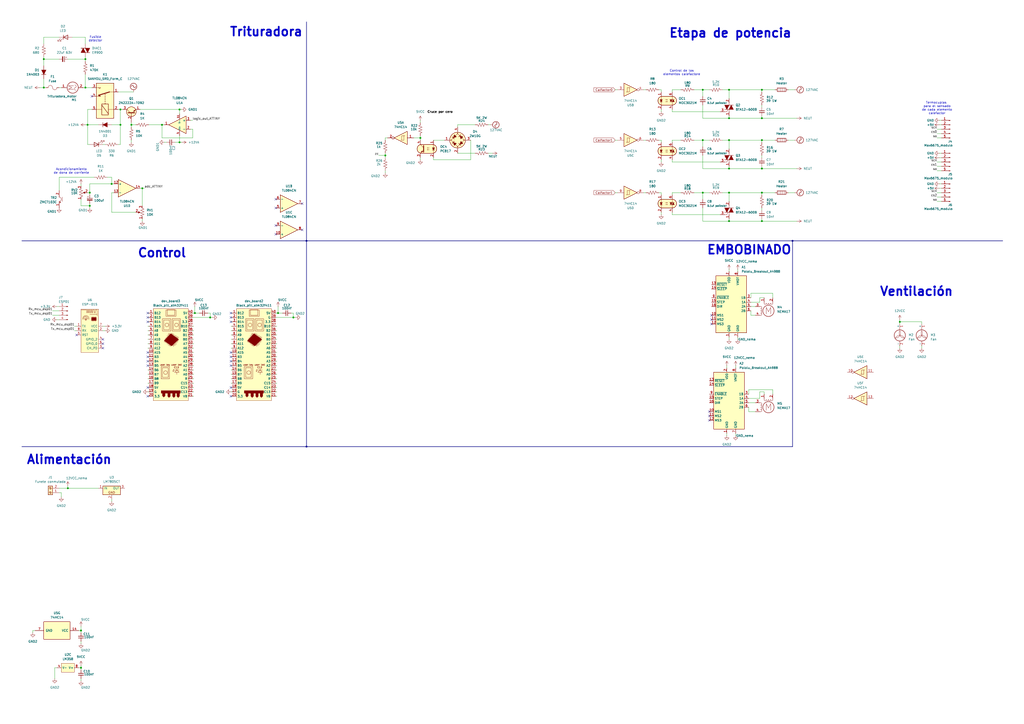
<source format=kicad_sch>
(kicad_sch (version 20250114) (generator "eeschema") (generator_version "9.0")
  (paper "A2")
  (text "Acondicionamiento\nde dona de corriente" (at 41.402 99.314 0) (effects (font (size 1.27 1.27))))
  (text "Ventilación\n" (at 531.622 169.164 0) (effects (font (size 5.08 5.08) (thickness 1.016) (bold yes))))
  (text "Etapa de potencia\n" (at 423.672 19.304 0) (effects (font (size 5.08 5.08) (thickness 1.016) (bold yes))))
  (text "Control de los\nelementos calefactore" (at 395.478 42.164 0) (effects (font (size 1.27 1.27))))
  (text "Control\n" (at 93.98 146.812 0) (effects (font (size 5.08 5.08) (thickness 1.016) (bold yes))))
  (text "Trituradora" (at 154.432 18.542 0) (effects (font (size 5.08 5.08) (thickness 1.016) (bold yes))))
  (text "Termocuplas \npara el sensado\nde cada elemento\ncalefactor" (at 543.56 62.738 0) (effects (font (size 1.27 1.27))))
  (text "Alimentación" (at 40.132 266.7 0) (effects (font (size 5.08 5.08) (thickness 1.016) (bold yes))))
  (text "Fusible\ndetector" (at 55.372 22.606 0) (effects (font (size 1.27 1.27))))
  (text "EMBOBINADO" (at 434.594 145.034 0) (effects (font (size 5.08 5.08) (thickness 1.016) (bold yes))))
  (text "Cruce por cero" (at 255.27 65.024 0) (effects (font (size 1.27 1.27) (thickness 0.254) (bold yes))))
  (junction (at 422.91 111.76))
  (junction (at 422.91 52.07))
  (junction (at 407.67 81.28))
  (junction (at 64.77 106.68))
  (junction (at 121.92 184.15))
  (junction (at 93.98 72.39))
  (junction (at 243.84 80.01))
  (junction (at 104.14 63.5))
  (junction (at 39.37 283.21))
  (junction (at 521.97 186.69))
  (junction (at 170.18 184.15))
  (junction (at 49.53 34.29))
  (junction (at 422.91 81.28))
  (junction (at 422.91 97.79))
  (junction (at 177.8 139.7))
  (junction (at 422.91 128.27))
  (junction (at 50.8 72.39))
  (junction (at 46.99 387.35))
  (junction (at 177.8 259.08))
  (junction (at 46.99 365.76))
  (junction (at 161.29 181.61))
  (junction (at 82.55 109.22))
  (junction (at 104.14 82.55))
  (junction (at 52.07 119.38))
  (junction (at 441.96 68.58))
  (junction (at 69.85 63.5))
  (junction (at 76.2 72.39))
  (junction (at 407.67 52.07))
  (junction (at 49.53 50.8))
  (junction (at 52.07 111.76))
  (junction (at 407.67 111.76))
  (junction (at 441.96 52.07))
  (junction (at 441.96 81.28))
  (junction (at 441.96 97.79))
  (junction (at 459.74 139.7))
  (junction (at 422.91 68.58))
  (junction (at 25.4 34.29))
  (junction (at 113.03 181.61))
  (junction (at 69.85 72.39))
  (junction (at 441.96 111.76))
  (junction (at 223.52 90.17))
  (junction (at 441.96 128.27))
  (junction (at 25.4 50.8))
  (no_connect (at 411.48 238.76))
  (no_connect (at 85.725 224.79))
  (no_connect (at 412.75 182.88))
  (no_connect (at 44.45 194.31))
  (no_connect (at 85.725 204.47))
  (no_connect (at 175.26 133.35))
  (no_connect (at 133.985 229.87))
  (no_connect (at 133.985 209.55))
  (no_connect (at 85.725 186.69))
  (no_connect (at 85.725 207.01))
  (no_connect (at 85.725 212.09))
  (no_connect (at 59.69 199.39))
  (no_connect (at 133.985 186.69))
  (no_connect (at 411.48 241.3))
  (no_connect (at 133.985 224.79))
  (no_connect (at 85.725 181.61))
  (no_connect (at 160.02 135.89))
  (no_connect (at 133.985 181.61))
  (no_connect (at 59.69 201.93))
  (no_connect (at 175.26 118.11))
  (no_connect (at 411.48 243.84))
  (no_connect (at 160.02 130.81))
  (no_connect (at 160.02 120.65))
  (no_connect (at 160.02 115.57))
  (no_connect (at 85.725 184.15))
  (no_connect (at 133.985 184.15))
  (no_connect (at 85.725 209.55))
  (no_connect (at 133.985 212.09))
  (no_connect (at 133.985 204.47))
  (no_connect (at 412.75 187.96))
  (no_connect (at 133.985 207.01))
  (no_connect (at 59.69 196.85))
  (no_connect (at 412.75 185.42))
  (no_connect (at 53.34 55.88))
  (no_connect (at 85.725 229.87))
  (wire (pts (xy 133.985 207.01) (xy 134.62 207.01)))
  (wire (pts (xy 85.725 217.17) (xy 86.36 217.17)))
  (wire (pts (xy 383.54 81.28) (xy 382.27 81.28)))
  (wire (pts (xy 49.53 34.29) (xy 49.53 35.56)))
  (wire (pts (xy 46.99 365.76) (xy 45.72 365.76)))
  (wire (pts (xy 160.655 201.93) (xy 160.02 201.93)))
  (wire (pts (xy 160.655 219.71) (xy 160.02 219.71)))
  (wire (pts (xy 46.99 373.38) (xy 46.99 372.11)))
  (wire (pts (xy 435.61 170.18) (xy 448.31 170.18)))
  (wire (pts (xy 160.655 217.17) (xy 160.02 217.17)))
  (wire (pts (xy 133.985 181.61) (xy 134.62 181.61)))
  (wire (pts (xy 52.07 120.65) (xy 52.07 119.38)))
  (wire (pts (xy 441.96 111.76) (xy 422.91 111.76)))
  (wire (pts (xy 265.43 72.39) (xy 265.43 73.66)))
  (wire (pts (xy 77.47 53.34) (xy 68.58 53.34)))
  (wire (pts (xy 544.83 109.22) (xy 546.1 109.22)))
  (wire (pts (xy 389.89 92.71) (xy 389.89 93.98)))
  (wire (pts (xy 448.31 170.18) (xy 448.31 172.72)))
  (wire (pts (xy 133.985 217.17) (xy 134.62 217.17)))
  (wire (pts (xy 422.91 156.21) (xy 422.91 157.48)))
  (wire (pts (xy 171.45 184.15) (xy 170.18 184.15)))
  (wire (pts (xy 160.655 227.33) (xy 160.02 227.33)))
  (wire (pts (xy 223.52 99.06) (xy 223.52 100.33)))
  (wire (pts (xy 521.97 201.93) (xy 521.97 200.66)))
  (wire (pts (xy 441.96 111.76) (xy 449.58 111.76)))
  (wire (pts (xy 49.53 21.59) (xy 41.91 21.59)))
  (wire (pts (xy 112.395 217.17) (xy 111.76 217.17)))
  (wire (pts (xy 402.59 81.28) (xy 407.67 81.28)))
  (wire (pts (xy 441.96 52.07) (xy 422.91 52.07)))
  (wire (pts (xy 82.55 127) (xy 82.55 128.27)))
  (wire (pts (xy 133.985 189.23) (xy 134.62 189.23)))
  (wire (pts (xy 407.67 55.88) (xy 407.67 52.07)))
  (bus (pts (xy 459.74 259.08) (xy 459.74 139.7)))
  (wire (pts (xy 25.4 50.8) (xy 26.67 50.8)))
  (wire (pts (xy 534.67 186.69) (xy 521.97 186.69)))
  (wire (pts (xy 69.85 83.82) (xy 69.85 72.39)))
  (wire (pts (xy 46.99 388.62) (xy 46.99 387.35)))
  (wire (pts (xy 544.83 91.44) (xy 546.1 91.44)))
  (wire (pts (xy 64.77 102.87) (xy 64.77 106.68)))
  (wire (pts (xy 407.67 60.96) (xy 407.67 68.58)))
  (wire (pts (xy 389.89 93.98) (xy 417.83 93.98)))
  (wire (pts (xy 441.96 128.27) (xy 462.28 128.27)))
  (wire (pts (xy 407.67 120.65) (xy 407.67 128.27)))
  (wire (pts (xy 544.83 88.9) (xy 546.1 88.9)))
  (wire (pts (xy 441.96 96.52) (xy 441.96 97.79)))
  (wire (pts (xy 373.38 52.07) (xy 374.65 52.07)))
  (wire (pts (xy 112.395 189.23) (xy 111.76 189.23)))
  (wire (pts (xy 85.725 196.85) (xy 86.36 196.85)))
  (wire (pts (xy 33.02 387.35) (xy 31.75 387.35)))
  (wire (pts (xy 223.52 88.9) (xy 223.52 90.17)))
  (wire (pts (xy 133.985 214.63) (xy 134.62 214.63)))
  (wire (pts (xy 85.725 207.01) (xy 86.36 207.01)))
  (wire (pts (xy 85.725 212.09) (xy 86.36 212.09)))
  (wire (pts (xy 394.97 52.07) (xy 389.89 52.07)))
  (wire (pts (xy 373.38 111.76) (xy 374.65 111.76)))
  (wire (pts (xy 133.985 212.09) (xy 134.62 212.09)))
  (wire (pts (xy 33.02 185.42) (xy 34.29 185.42)))
  (wire (pts (xy 133.985 201.93) (xy 134.62 201.93)))
  (wire (pts (xy 112.395 227.33) (xy 111.76 227.33)))
  (wire (pts (xy 85.725 227.33) (xy 86.36 227.33)))
  (wire (pts (xy 111.76 74.93) (xy 111.76 80.01)))
  (wire (pts (xy 407.67 81.28) (xy 411.48 81.28)))
  (wire (pts (xy 544.83 69.85) (xy 546.1 69.85)))
  (wire (pts (xy 441.96 52.07) (xy 449.58 52.07)))
  (wire (pts (xy 544.83 106.68) (xy 546.1 106.68)))
  (wire (pts (xy 46.99 363.22) (xy 46.99 365.76)))
  (wire (pts (xy 389.89 124.46) (xy 417.83 124.46)))
  (wire (pts (xy 441.96 111.76) (xy 441.96 113.03)))
  (wire (pts (xy 133.985 196.85) (xy 134.62 196.85)))
  (wire (pts (xy 435.61 177.8) (xy 438.15 177.8)))
  (wire (pts (xy 441.96 68.58) (xy 462.28 68.58)))
  (wire (pts (xy 407.67 97.79) (xy 422.91 97.79)))
  (wire (pts (xy 273.05 92.71) (xy 273.05 81.28)))
  (wire (pts (xy 35.56 285.75) (xy 35.56 288.29)))
  (wire (pts (xy 76.2 72.39) (xy 78.74 72.39)))
  (wire (pts (xy 68.58 63.5) (xy 69.85 63.5)))
  (wire (pts (xy 39.37 281.94) (xy 39.37 283.21)))
  (wire (pts (xy 265.43 88.9) (xy 275.59 88.9)))
  (wire (pts (xy 441.96 81.28) (xy 422.91 81.28)))
  (wire (pts (xy 50.8 72.39) (xy 50.8 63.5)))
  (wire (pts (xy 59.69 83.82) (xy 60.96 83.82)))
  (wire (pts (xy 64.77 111.76) (xy 66.04 111.76)))
  (wire (pts (xy 46.99 115.57) (xy 46.99 119.38)))
  (wire (pts (xy 160.655 199.39) (xy 160.02 199.39)))
  (wire (pts (xy 438.15 182.88) (xy 435.61 182.88)))
  (wire (pts (xy 160.655 194.31) (xy 160.02 194.31)))
  (wire (pts (xy 64.77 123.19) (xy 64.77 111.76)))
  (wire (pts (xy 407.67 68.58) (xy 422.91 68.58)))
  (wire (pts (xy 534.67 201.93) (xy 534.67 200.66)))
  (wire (pts (xy 441.96 81.28) (xy 449.58 81.28)))
  (wire (pts (xy 402.59 52.07) (xy 407.67 52.07)))
  (wire (pts (xy 85.725 214.63) (xy 86.36 214.63)))
  (wire (pts (xy 33.02 177.8) (xy 34.29 177.8)))
  (wire (pts (xy 112.395 212.09) (xy 111.76 212.09)))
  (wire (pts (xy 243.84 78.74) (xy 243.84 80.01)))
  (wire (pts (xy 521.97 185.42) (xy 521.97 186.69)))
  (wire (pts (xy 112.395 219.71) (xy 111.76 219.71)))
  (wire (pts (xy 133.985 199.39) (xy 134.62 199.39)))
  (wire (pts (xy 434.34 238.76) (xy 438.15 238.76)))
  (wire (pts (xy 422.91 68.58) (xy 422.91 67.31)))
  (wire (pts (xy 389.89 81.28) (xy 389.89 82.55)))
  (wire (pts (xy 160.655 212.09) (xy 160.02 212.09)))
  (wire (pts (xy 543.56 80.01) (xy 546.1 80.01)))
  (wire (pts (xy 81.28 63.5) (xy 104.14 63.5)))
  (wire (pts (xy 112.395 214.63) (xy 111.76 214.63)))
  (wire (pts (xy 52.07 113.03) (xy 52.07 111.76)))
  (wire (pts (xy 223.52 80.01) (xy 224.79 80.01)))
  (wire (pts (xy 112.395 201.93) (xy 111.76 201.93)))
  (wire (pts (xy 85.725 209.55) (xy 86.36 209.55)))
  (wire (pts (xy 383.54 53.34) (xy 383.54 52.07)))
  (wire (pts (xy 422.91 97.79) (xy 441.96 97.79)))
  (wire (pts (xy 86.36 72.39) (xy 93.98 72.39)))
  (wire (pts (xy 82.55 109.22) (xy 81.28 109.22)))
  (wire (pts (xy 421.64 212.09) (xy 421.64 213.36)))
  (wire (pts (xy 448.31 228.6) (xy 448.31 226.06)))
  (wire (pts (xy 76.2 71.12) (xy 76.2 72.39)))
  (wire (pts (xy 105.41 82.55) (xy 104.14 82.55)))
  (wire (pts (xy 160.655 196.85) (xy 160.02 196.85)))
  (wire (pts (xy 25.4 21.59) (xy 25.4 25.4)))
  (bus (pts (xy 12.7 139.7) (xy 177.8 139.7)))
  (wire (pts (xy 96.52 82.55) (xy 95.25 82.55)))
  (wire (pts (xy 31.75 387.35) (xy 31.75 393.7)))
  (wire (pts (xy 34.29 102.87) (xy 54.61 102.87)))
  (wire (pts (xy 251.46 81.28) (xy 257.81 81.28)))
  (wire (pts (xy 52.07 111.76) (xy 50.8 111.76)))
  (wire (pts (xy 34.29 50.8) (xy 35.56 50.8)))
  (wire (pts (xy 110.49 74.93) (xy 111.76 74.93)))
  (wire (pts (xy 20.32 365.76) (xy 19.05 365.76)))
  (wire (pts (xy 104.14 63.5) (xy 104.14 66.04)))
  (wire (pts (xy 422.91 128.27) (xy 422.91 127)))
  (wire (pts (xy 93.98 80.01) (xy 93.98 72.39)))
  (wire (pts (xy 383.54 52.07) (xy 382.27 52.07)))
  (wire (pts (xy 389.89 123.19) (xy 389.89 124.46)))
  (wire (pts (xy 441.96 97.79) (xy 462.28 97.79)))
  (bus (pts (xy 12.7 259.08) (xy 177.8 259.08)))
  (wire (pts (xy 543.56 116.84) (xy 546.1 116.84)))
  (wire (pts (xy 389.89 111.76) (xy 389.89 113.03)))
  (wire (pts (xy 160.655 204.47) (xy 160.02 204.47)))
  (wire (pts (xy 49.53 25.4) (xy 49.53 21.59)))
  (wire (pts (xy 383.54 82.55) (xy 383.54 81.28)))
  (wire (pts (xy 112.395 191.77) (xy 111.76 191.77)))
  (wire (pts (xy 383.54 92.71) (xy 383.54 93.98)))
  (wire (pts (xy 111.76 80.01) (xy 93.98 80.01)))
  (wire (pts (xy 39.37 34.29) (xy 49.53 34.29)))
  (wire (pts (xy 68.58 83.82) (xy 69.85 83.82)))
  (wire (pts (xy 441.96 67.31) (xy 441.96 68.58)))
  (wire (pts (xy 52.07 83.82) (xy 50.8 83.82)))
  (wire (pts (xy 82.55 109.22) (xy 82.55 119.38)))
  (wire (pts (xy 48.26 50.8) (xy 49.53 50.8)))
  (wire (pts (xy 543.56 99.06) (xy 546.1 99.06)))
  (wire (pts (xy 112.395 196.85) (xy 111.76 196.85)))
  (wire (pts (xy 422.91 52.07) (xy 422.91 57.15)))
  (wire (pts (xy 85.725 191.77) (xy 86.36 191.77)))
  (wire (pts (xy 419.1 52.07) (xy 422.91 52.07)))
  (wire (pts (xy 25.4 34.29) (xy 25.4 38.1)))
  (wire (pts (xy 43.18 191.77) (xy 44.45 191.77)))
  (wire (pts (xy 160.655 209.55) (xy 160.02 209.55)))
  (wire (pts (xy 427.99 156.21) (xy 427.99 157.48)))
  (wire (pts (xy 112.395 229.87) (xy 111.76 229.87)))
  (wire (pts (xy 265.43 72.39) (xy 275.59 72.39)))
  (wire (pts (xy 46.99 367.03) (xy 46.99 365.76)))
  (wire (pts (xy 78.74 123.19) (xy 64.77 123.19)))
  (wire (pts (xy 50.8 63.5) (xy 53.34 63.5)))
  (wire (pts (xy 251.46 92.71) (xy 273.05 92.71)))
  (wire (pts (xy 356.87 111.76) (xy 358.14 111.76)))
  (wire (pts (xy 389.89 64.77) (xy 417.83 64.77)))
  (wire (pts (xy 243.84 69.85) (xy 243.84 71.12)))
  (wire (pts (xy 62.23 102.87) (xy 64.77 102.87)))
  (wire (pts (xy 112.395 207.01) (xy 111.76 207.01)))
  (wire (pts (xy 434.34 231.14) (xy 440.69 231.14)))
  (wire (pts (xy 113.03 181.61) (xy 115.57 181.61)))
  (wire (pts (xy 34.29 21.59) (xy 25.4 21.59)))
  (wire (pts (xy 69.85 63.5) (xy 71.12 63.5)))
  (wire (pts (xy 60.96 191.77) (xy 59.69 191.77)))
  (wire (pts (xy 389.89 52.07) (xy 389.89 53.34)))
  (wire (pts (xy 434.34 233.68) (xy 438.15 233.68)))
  (wire (pts (xy 543.56 96.52) (xy 546.1 96.52)))
  (wire (pts (xy 46.99 106.68) (xy 46.99 107.95)))
  (wire (pts (xy 422.91 195.58) (xy 422.91 196.85)))
  (wire (pts (xy 85.725 224.79) (xy 86.36 224.79)))
  (bus (pts (xy 177.8 139.7) (xy 177.8 259.08)))
  (wire (pts (xy 441.96 60.96) (xy 441.96 62.23)))
  (bus (pts (xy 177.8 12.7) (xy 177.8 139.7)))
  (wire (pts (xy 426.72 212.09) (xy 426.72 213.36)))
  (wire (pts (xy 283.21 88.9) (xy 285.75 88.9)))
  (wire (pts (xy 358.14 52.07) (xy 356.87 52.07)))
  (wire (pts (xy 49.53 72.39) (xy 50.8 72.39)))
  (wire (pts (xy 46.99 387.35) (xy 45.72 387.35)))
  (wire (pts (xy 434.34 226.06) (xy 434.34 228.6)))
  (wire (pts (xy 383.54 111.76) (xy 382.27 111.76)))
  (wire (pts (xy 110.49 69.85) (xy 111.76 69.85)))
  (wire (pts (xy 85.725 194.31) (xy 86.36 194.31)))
  (wire (pts (xy 104.14 82.55) (xy 104.14 78.74)))
  (wire (pts (xy 389.89 63.5) (xy 389.89 64.77)))
  (wire (pts (xy 76.2 73.66) (xy 76.2 72.39)))
  (wire (pts (xy 440.69 175.26) (xy 435.61 175.26)))
  (wire (pts (xy 160.655 224.79) (xy 160.02 224.79)))
  (wire (pts (xy 402.59 111.76) (xy 407.67 111.76)))
  (wire (pts (xy 64.77 72.39) (xy 69.85 72.39)))
  (wire (pts (xy 521.97 186.69) (xy 521.97 187.96)))
  (wire (pts (xy 394.97 81.28) (xy 389.89 81.28)))
  (wire (pts (xy 52.07 111.76) (xy 52.07 106.68)))
  (wire (pts (xy 76.2 82.55) (xy 76.2 81.28)))
  (wire (pts (xy 133.985 184.15) (xy 134.62 184.15)))
  (wire (pts (xy 243.84 80.01) (xy 243.84 81.28)))
  (wire (pts (xy 422.91 97.79) (xy 422.91 96.52)))
  (wire (pts (xy 422.91 111.76) (xy 422.91 116.84)))
  (wire (pts (xy 52.07 106.68) (xy 64.77 106.68)))
  (wire (pts (xy 223.52 81.28) (xy 223.52 80.01)))
  (wire (pts (xy 435.61 172.72) (xy 435.61 170.18)))
  (wire (pts (xy 133.985 191.77) (xy 134.62 191.77)))
  (wire (pts (xy 113.03 181.61) (xy 111.76 181.61)))
  (wire (pts (xy 443.23 228.6) (xy 443.23 227.33)))
  (wire (pts (xy 50.8 72.39) (xy 57.15 72.39)))
  (wire (pts (xy 64.77 290.83) (xy 64.77 289.56)))
  (wire (pts (xy 426.72 252.73) (xy 426.72 251.46)))
  (wire (pts (xy 407.67 128.27) (xy 422.91 128.27)))
  (wire (pts (xy 161.29 177.8) (xy 161.29 181.61)))
  (wire (pts (xy 123.19 184.15) (xy 121.92 184.15)))
  (wire (pts (xy 543.56 77.47) (xy 546.1 77.47)))
  (wire (pts (xy 120.65 181.61) (xy 121.92 181.61)))
  (wire (pts (xy 373.38 81.28) (xy 374.65 81.28)))
  (wire (pts (xy 112.395 199.39) (xy 111.76 199.39)))
  (wire (pts (xy 30.48 182.88) (xy 34.29 182.88)))
  (wire (pts (xy 30.48 180.34) (xy 34.29 180.34)))
  (wire (pts (xy 358.14 81.28) (xy 356.87 81.28)))
  (wire (pts (xy 112.395 224.79) (xy 111.76 224.79)))
  (wire (pts (xy 60.96 189.23) (xy 59.69 189.23)))
  (wire (pts (xy 39.37 283.21) (xy 57.15 283.21)))
  (wire (pts (xy 544.83 72.39) (xy 546.1 72.39)))
  (wire (pts (xy 457.2 81.28) (xy 461.01 81.28)))
  (wire (pts (xy 46.99 119.38) (xy 52.07 119.38)))
  (wire (pts (xy 383.54 63.5) (xy 383.54 64.77)))
  (wire (pts (xy 85.725 189.23) (xy 86.36 189.23)))
  (wire (pts (xy 19.05 365.76) (xy 19.05 367.03)))
  (wire (pts (xy 49.53 33.02) (xy 49.53 34.29)))
  (wire (pts (xy 543.56 93.98) (xy 546.1 93.98)))
  (wire (pts (xy 133.985 194.31) (xy 134.62 194.31)))
  (wire (pts (xy 50.8 72.39) (xy 50.8 83.82)))
  (wire (pts (xy 22.86 50.8) (xy 25.4 50.8)))
  (wire (pts (xy 441.96 90.17) (xy 441.96 91.44)))
  (wire (pts (xy 161.29 181.61) (xy 163.83 181.61)))
  (wire (pts (xy 407.67 90.17) (xy 407.67 97.79)))
  (wire (pts (xy 543.56 114.3) (xy 546.1 114.3)))
  (wire (pts (xy 160.655 207.01) (xy 160.02 207.01)))
  (wire (pts (xy 121.92 181.61) (xy 121.92 184.15)))
  (wire (pts (xy 223.52 91.44) (xy 223.52 90.17)))
  (wire (pts (xy 440.69 172.72) (xy 440.69 175.26)))
  (wire (pts (xy 441.96 127) (xy 441.96 128.27)))
  (wire (pts (xy 85.725 181.61) (xy 86.36 181.61)))
  (wire (pts (xy 49.53 43.18) (xy 49.53 50.8)))
  (wire (pts (xy 111.76 184.15) (xy 121.92 184.15)))
  (wire (pts (xy 441.96 120.65) (xy 441.96 121.92)))
  (wire (pts (xy 383.54 113.03) (xy 383.54 111.76)))
  (wire (pts (xy 407.67 111.76) (xy 411.48 111.76)))
  (wire (pts (xy 543.56 74.93) (xy 546.1 74.93)))
  (wire (pts (xy 85.725 229.87) (xy 86.36 229.87)))
  (wire (pts (xy 441.96 81.28) (xy 441.96 82.55)))
  (bus (pts (xy 177.8 139.7) (xy 459.74 139.7)))
  (bus (pts (xy 581.66 139.7) (xy 459.74 139.7)))
  (wire (pts (xy 112.395 204.47) (xy 111.76 204.47)))
  (wire (pts (xy 543.56 111.76) (xy 546.1 111.76)))
  (wire (pts (xy 25.4 45.72) (xy 25.4 50.8)))
  (wire (pts (xy 419.1 81.28) (xy 422.91 81.28)))
  (wire (pts (xy 219.71 90.17) (xy 223.52 90.17)))
  (wire (pts (xy 93.98 72.39) (xy 95.25 72.39)))
  (wire (pts (xy 534.67 187.96) (xy 534.67 186.69)))
  (wire (pts (xy 394.97 111.76) (xy 389.89 111.76)))
  (wire (pts (xy 251.46 91.44) (xy 251.46 92.71)))
  (wire (pts (xy 133.985 186.69) (xy 134.62 186.69)))
  (wire (pts (xy 85.725 222.25) (xy 86.36 222.25)))
  (wire (pts (xy 112.395 209.55) (xy 111.76 209.55)))
  (wire (pts (xy 46.99 394.97) (xy 46.99 393.7)))
  (wire (pts (xy 441.96 52.07) (xy 441.96 53.34)))
  (wire (pts (xy 422.91 68.58) (xy 441.96 68.58)))
  (wire (pts (xy 85.725 184.15) (xy 86.36 184.15)))
  (wire (pts (xy 160.655 189.23) (xy 160.02 189.23)))
  (bus (pts (xy 177.8 259.08) (xy 459.74 259.08)))
  (wire (pts (xy 85.725 204.47) (xy 86.36 204.47)))
  (wire (pts (xy 160.655 191.77) (xy 160.02 191.77)))
  (wire (pts (xy 52.07 118.11) (xy 52.07 119.38)))
  (wire (pts (xy 133.985 227.33) (xy 134.62 227.33)))
  (wire (pts (xy 448.31 226.06) (xy 434.34 226.06)))
  (wire (pts (xy 112.395 194.31) (xy 111.76 194.31)))
  (wire (pts (xy 34.29 110.49) (xy 34.29 102.87)))
  (wire (pts (xy 82.55 109.22) (xy 83.82 109.22)))
  (wire (pts (xy 160.655 222.25) (xy 160.02 222.25)))
  (wire (pts (xy 133.985 229.87) (xy 134.62 229.87)))
  (wire (pts (xy 435.61 182.88) (xy 435.61 180.34)))
  (wire (pts (xy 419.1 111.76) (xy 422.91 111.76)))
  (wire (pts (xy 421.64 252.73) (xy 421.64 251.46)))
  (wire (pts (xy 160.655 214.63) (xy 160.02 214.63)))
  (wire (pts (xy 243.84 91.44) (xy 243.84 92.71)))
  (wire (pts (xy 383.54 123.19) (xy 383.54 124.46)))
  (wire (pts (xy 133.985 222.25) (xy 134.62 222.25)))
  (wire (pts (xy 434.34 236.22) (xy 434.34 238.76)))
  (wire (pts (xy 34.29 285.75) (xy 35.56 285.75)))
  (wire (pts (xy 104.14 63.5) (xy 105.41 63.5)))
  (wire (pts (xy 133.985 209.55) (xy 134.62 209.55)))
  (wire (pts (xy 168.91 181.61) (xy 170.18 181.61)))
  (wire (pts (xy 49.53 50.8) (xy 53.34 50.8)))
  (wire (pts (xy 133.985 224.79) (xy 134.62 224.79)))
  (wire (pts (xy 240.03 80.01) (xy 243.84 80.01)))
  (wire (pts (xy 112.395 222.25) (xy 111.76 222.25)))
  (wire (pts (xy 422.91 81.28) (xy 422.91 86.36)))
  (wire (pts (xy 43.18 189.23) (xy 44.45 189.23)))
  (wire (pts (xy 85.725 186.69) (xy 86.36 186.69)))
  (wire (pts (xy 46.99 386.08) (xy 46.99 387.35)))
  (wire (pts (xy 64.77 106.68) (xy 66.04 106.68)))
  (wire (pts (xy 407.67 115.57) (xy 407.67 111.76)))
  (wire (pts (xy 85.725 201.93) (xy 86.36 201.93)))
  (wire (pts (xy 407.67 52.07) (xy 411.48 52.07)))
  (wire (pts (xy 440.69 227.33) (xy 440.69 231.14)))
  (wire (pts (xy 407.67 85.09) (xy 407.67 81.28)))
  (wire (pts (xy 113.03 177.8) (xy 113.03 181.61)))
  (wire (pts (xy 283.21 72.39) (xy 284.48 72.39)))
  (wire (pts (xy 85.725 199.39) (xy 86.36 199.39)))
  (wire (pts (xy 457.2 111.76) (xy 461.01 111.76)))
  (wire (pts (xy 104.14 82.55) (xy 101.6 82.55)))
  (wire (pts (xy 25.4 33.02) (xy 25.4 34.29)))
  (wire (pts (xy 69.85 72.39) (xy 69.85 63.5)))
  (wire (pts (xy 25.4 34.29) (xy 34.29 34.29)))
  (wire (pts (xy 422.91 128.27) (xy 441.96 128.27)))
  (wire (pts (xy 443.23 227.33) (xy 440.69 227.33)))
  (wire (pts (xy 160.655 229.87) (xy 160.02 229.87)))
  (wire (pts (xy 160.02 184.15) (xy 170.18 184.15)))
  (wire (pts (xy 170.18 181.61) (xy 170.18 184.15)))
  (wire (pts (xy 457.2 52.07) (xy 461.01 52.07)))
  (wire (pts (xy 133.985 204.47) (xy 134.62 204.47)))
  (wire (pts (xy 133.985 219.71) (xy 134.62 219.71)))
  (wire (pts (xy 34.29 283.21) (xy 39.37 283.21)))
  (wire (pts (xy 427.99 195.58) (xy 427.99 196.85)))
  (wire (pts (xy 161.29 181.61) (xy 160.02 181.61)))
  (wire (pts (xy 85.725 219.71) (xy 86.36 219.71)))
  (wire (pts (xy 443.23 172.72) (xy 440.69 172.72)))
  (label "so" (at 543.56 116.84 180))
  (label "sck" (at 543.56 111.76 180))
  (label "Rx_mcu_esp01" (at 30.48 180.34 180))
  (label "cs1" (at 543.56 96.52 180))
  (label "Rx_mcu_esp01" (at 43.18 189.23 180))
  (label "cs0" (at 543.56 77.47 180))
  (label "so" (at 543.56 80.01 180))
  (label "Tx_mcu_esp01" (at 43.18 191.77 180))
  (label "sck" (at 543.56 93.98 180))
  (label "Tx_mcu_esp01" (at 30.48 182.88 180))
  (label "logic_out_ATTINY" (at 111.76 69.85 0))
  (label "cs2" (at 543.56 114.3 180))
  (label "adc_ATTINY" (at 83.82 109.22 0))
  (label "so" (at 543.56 99.06 180))
  (label "zc" (at 219.71 90.17 180))
  (label "sck" (at 543.56 74.93 180))
  (global_label "Calfactor1" (shape input) (at 356.87 81.28 180) (property "Intersheetrefs" "${INTERSHEET_REFS}" (effects (hide yes))))
  (global_label "Calfactor0" (shape input) (at 356.87 52.07 180) (property "Intersheetrefs" "${INTERSHEET_REFS}" (effects (hide yes))))
  (global_label "Calfactor1" (shape input) (at 356.87 111.76 180) (property "Intersheetrefs" "${INTERSHEET_REFS}" (effects (hide yes))))
  (symbol (lib_id "power:GND") (at 123.19 184.15 90) (unit 1)
    (property "Reference" "#PWR065" (effects (hide yes)))
    (property "Value" "GND2" (at 123.19 182.118 90) (effects (justify right)))
    (property "Description" "Power symbol creates a global label with name \"GND\" , ground" (effects (hide yes)))
  )
  (symbol (lib_id "Device:R_US") (at 378.46 111.76 270) (mirror x) (unit 1)
    (property "Reference" "R17" (at 378.46 105.41 90))
    (property "Value" "180" (at 378.46 107.95 90))
    (property "Footprint" "PCM_Resistor_THT_AKL:R_Axial_DIN0207_L6.3mm_D2.5mm_P10.16mm_Horizontal" (effects (hide yes)))
    (property "Description" "Resistor, US symbol" (effects (hide yes)))
  )
  (symbol (lib_id "power:VCC") (at 243.84 69.85 0) (unit 1)
    (property "Reference" "#PWR039" (effects (hide yes)))
    (property "Value" "5VCC" (at 243.84 64.77 0))
    (property "Description" "Power symbol creates a global label with name \"VCC\"" (effects (hide yes)))
  )
  (symbol (lib_id "Motor:Stepper_Motor_bipolar") (at 445.77 236.22 0) (unit 1) (on_board no)
    (property "Reference" "M5" (at 450.85 234.099 0) (effects (justify left)))
    (property "Value" "NEMA17" (at 450.85 236.639 0) (effects (justify left)))
    (property "Datasheet" "http://www.infineon.com/dgdl/Application-Note-TLE8110EE_driving_UniPolarStepperMotor_V1.1.pdf?fileId=db3a30431be39b97011be5d0aa0a00b0" (effects (hide yes)))
    (property "Description" "4-wire bipolar stepper motor" (effects (hide yes)))
  )
  (symbol (lib_id "PCM_Triac_AKL:BTA12-600B") (at 422.91 121.92 0) (unit 1)
    (property "Reference" "Q4" (at 426.72 120.6499 0) (effects (justify left)))
    (property "Value" "BTA12-600B" (at 426.72 123.1899 0) (effects (justify left)))
    (property "Footprint" "PCM_Package_TO_SOT_THT_AKL:TO-220-3_Vertical_AAG" (effects (hide yes)))
    (property "Datasheet" "https://www.tme.eu/Document/76a9cc135e61671358387fc748b5f228/BTA12_BTB12_T12xx.pdf" (effects (hide yes)))
    (property "Description" "TO-220 Triac, 600V, 12A, Alternate KiCAD Library" (effects (hide yes)))
  )
  (symbol (lib_id "Device:DIAC") (at 49.53 29.21 90) (unit 1)
    (property "Reference" "DIAC1" (at 53.34 27.9399 90) (effects (justify right)))
    (property "Value" "ER900" (at 53.34 30.4799 90) (effects (justify right)))
    (property "Description" "Diode for alternating current" (effects (hide yes)))
  )
  (symbol (lib_id "Device:R_US") (at 223.52 85.09 0) (mirror y) (unit 1)
    (property "Reference" "R25" (at 219.964 83.058 0))
    (property "Value" "1k" (at 219.71 85.09 0))
    (property "Footprint" "PCM_Resistor_THT_AKL:R_Axial_DIN0207_L6.3mm_D2.5mm_P10.16mm_Horizontal" (effects (hide yes)))
    (property "Description" "Resistor, US symbol" (effects (hide yes)))
  )
  (symbol (lib_id "Device:R_US") (at 441.96 57.15 0) (mirror y) (unit 1)
    (property "Reference" "R12" (at 446.532 56.388 0))
    (property "Value" "39 1W" (at 447.548 58.42 0))
    (property "Footprint" "PCM_Resistor_THT_AKL:R_Axial_DIN0411_L9.9mm_D3.6mm_P15.24mm_Horizontal" (effects (hide yes)))
    (property "Description" "Resistor, US symbol" (effects (hide yes)))
  )
  (symbol (lib_id "Device:LED") (at 55.88 83.82 180) (unit 1)
    (property "Reference" "D5" (at 57.4675 90.17 0))
    (property "Value" "LED" (at 57.4675 87.63 0))
    (property "Description" "Light emitting diode" (effects (hide yes)))
    (property "Sim.Pins" "1=K 2=A" (effects (hide yes)))
  )
  (symbol (lib_id "power:GND") (at 223.52 100.33 0) (unit 1)
    (property "Reference" "#PWR069" (effects (hide yes)))
    (property "Value" "GND2" (at 220.472 102.108 0) (effects (justify right)))
    (property "Description" "Power symbol creates a global label with name \"GND\" , ground" (effects (hide yes)))
  )
  (symbol (lib_id "Device:R_US") (at 58.42 102.87 270) (mirror x) (unit 1)
    (property "Reference" "R11" (at 58.42 96.52 90))
    (property "Value" "1K" (at 58.42 99.06 90))
    (property "Footprint" "PCM_Resistor_THT_AKL:R_Axial_DIN0207_L6.3mm_D2.5mm_P10.16mm_Horizontal" (effects (hide yes)))
    (property "Description" "Resistor, US symbol" (effects (hide yes)))
  )
  (symbol (lib_id "Device:R_Potentiometer_US") (at 46.99 111.76 0) (mirror x) (unit 1)
    (property "Reference" "RV2" (at 43.18 110.236 0))
    (property "Value" "10K" (at 43.18 112.014 0))
    (property "Footprint" "PCM_Resistor_THT_AKL:R_Axial_DIN0207_L6.3mm_D2.5mm_P10.16mm_Horizontal" (effects (hide yes)))
    (property "Description" "Potentiometer, US symbol" (effects (hide yes)))
  )
  (symbol (lib_id "power:GND") (at 133.985 227.33 270) (unit 1)
    (property "Reference" "#PWR063" (effects (hide yes)))
    (property "Value" "GND2" (at 130.175 227.3299 90) (effects (justify right)))
    (property "Description" "Power symbol creates a global label with name \"GND\" , ground" (effects (hide yes)))
  )
  (symbol (lib_id "power:GND") (at 35.56 288.29 0) (unit 1)
    (property "Reference" "#PWR070" (effects (hide yes)))
    (property "Value" "GND2" (at 35.56 293.37 0))
    (property "Description" "Power symbol creates a global label with name \"GND\" , ground" (effects (hide yes)))
  )
  (symbol (lib_id "power:GND2") (at 422.91 196.85 0) (unit 1)
    (property "Reference" "#PWR027" (effects (hide yes)))
    (property "Value" "GND2" (at 422.91 201.93 0))
    (property "Description" "Power symbol creates a global label with name \"GND2\" , ground" (effects (hide yes)))
  )
  (symbol (lib_id "power:GND1") (at 46.99 373.38 0) (mirror y) (unit 1)
    (property "Reference" "#PWR041" (effects (hide yes)))
    (property "Value" "GND2" (at 46.9899 377.19 0) (effects (justify right)))
    (property "Description" "Power symbol creates a global label with name \"GND1\" , ground" (effects (hide yes)))
  )
  (symbol (lib_id "PCM_Optocoupler_Triac_AKL:MOC3021M") (at 386.08 118.11 0) (unit 1)
    (property "Reference" "OC3" (at 393.7 116.8399 0) (effects (justify left)))
    (property "Value" "MOC3021M" (at 393.7 119.3799 0) (effects (justify left)))
    (property "Footprint" "PCM_Package_DIP_AKL:DIP-6_W7.62mm_LongPads" (effects (hide yes)))
    (property "Datasheet" "https://www.tme.eu/Document/4c07e045ed4ac191018a957800b78b20/MOC3023M.pdf" (effects (hide yes)))
    (property "Description" "DIP-6 Optocoupler, Phototriac output, 5.3kV, 400V, Alternate KiCAD Library" (effects (hide yes)))
  )
  (symbol (lib_id "PCM_Optocoupler_Triac_AKL:MOC3021M") (at 386.08 58.42 0) (unit 1)
    (property "Reference" "OC1" (at 393.7 57.1499 0) (effects (justify left)))
    (property "Value" "MOC3021M" (at 393.7 59.6899 0) (effects (justify left)))
    (property "Footprint" "PCM_Package_DIP_AKL:DIP-6_W7.62mm_LongPads" (effects (hide yes)))
    (property "Datasheet" "https://www.tme.eu/Document/4c07e045ed4ac191018a957800b78b20/MOC3023M.pdf" (effects (hide yes)))
    (property "Description" "DIP-6 Optocoupler, Phototriac output, 5.3kV, 400V, Alternate KiCAD Library" (effects (hide yes)))
  )
  (symbol (lib_id "Connector:Conn_01x05_Pin") (at 551.18 74.93 0) (mirror y) (unit 1)
    (property "Reference" "J4" (at 551.18 82.042 0))
    (property "Value" "Max6675_modulo" (at 544.322 84.328 0))
    (property "Footprint" "Connector_PinHeader_2.54mm:PinHeader_1x05_P2.54mm_Horizontal" (effects (hide yes)))
    (property "Description" "Generic connector, single row, 01x05, script generated" (effects (hide yes)))
  )
  (symbol (lib_id "PCM_Diode_Bridge_AKL:2W10G") (at 265.43 81.28 90) (unit 1)
    (property "Reference" "D4" (at 275.59 76.3268 90))
    (property "Value" "2W10G" (at 275.59 78.8668 90))
    (property "Footprint" "PCM_Diode_THT_AKL:Diode_Bridge_Round_D9.8mm" (effects (hide yes)))
    (property "Datasheet" "https://www.tme.eu/Document/d97a8947eb7461daccec0981d4c63639/2w005g.pdf" (effects (hide yes)))
    (property "Description" "2A, 1000V, THT Diode bridge, Alternate KiCAD Library" (effects (hide yes)))
  )
  (symbol (lib_id "74xx:74HC14") (at 499.11 231.14 180) (unit 6)
    (property "Reference" "U5" (at 499.11 222.25 0))
    (property "Value" "74HC14" (at 499.11 224.79 0))
    (property "Datasheet" "http://www.ti.com/lit/gpn/sn74HC14" (effects (hide yes)))
    (property "Description" "Hex inverter schmitt trigger" (effects (hide yes)))
  )
  (symbol (lib_id "Motor:Fan") (at 534.67 195.58 0) (unit 1)
    (property "Reference" "M3" (at 539.75 194.3099 0) (effects (justify left)))
    (property "Value" "Fan" (at 539.75 196.8499 0) (effects (justify left)))
    (property "Description" "Fan" (effects (hide yes)))
  )
  (symbol (lib_id "74xx:74HC14") (at 365.76 52.07 0) (unit 2)
    (property "Reference" "U5" (at 365.76 60.96 0))
    (property "Value" "74HC14" (at 365.76 58.42 0))
    (property "Datasheet" "http://www.ti.com/lit/gpn/sn74HC14" (effects (hide yes)))
    (property "Description" "Hex inverter schmitt trigger" (effects (hide yes)))
  )
  (symbol (lib_id "Device:R_Potentiometer_US") (at 82.55 123.19 180) (unit 1)
    (property "Reference" "RV1" (at 85.09 121.9199 0) (effects (justify right)))
    (property "Value" "10K" (at 85.09 124.4599 0) (effects (justify right)))
    (property "Footprint" "PCM_Resistor_THT_AKL:R_Axial_DIN0207_L6.3mm_D2.5mm_P10.16mm_Horizontal" (effects (hide yes)))
    (property "Description" "Potentiometer, US symbol" (effects (hide yes)))
  )
  (symbol (lib_id "74xx:74HC14") (at 232.41 80.01 180) (unit 1)
    (property "Reference" "U5" (at 232.41 71.12 0))
    (property "Value" "74HC14" (at 232.41 73.66 0))
    (property "Datasheet" "http://www.ti.com/lit/gpn/sn74HC14" (effects (hide yes)))
    (property "Description" "Hex inverter schmitt trigger" (effects (hide yes)))
  )
  (symbol (lib_id "speedy_hardware_items:ESP-01s") (at 52.07 179.07 0) (mirror y) (unit 1)
    (property "Reference" "U6" (at 52.07 173.99 0))
    (property "Value" "ESP-01S" (at 52.07 176.53 0))
    (property "Footprint" "RF_Module:ESP-01" (effects (hide yes)))
    (property "Datasheet" "http://codigoelectronica.com/blog/esp8266-esp01-datasheet" (effects (hide yes)))
    (property "Description" "Módulo de WIFI" (effects (hide yes)))
  )
  (symbol (lib_id "power:NEUT") (at 285.75 88.9 270) (unit 1)
    (property "Reference" "#PWR023" (effects (hide yes)))
    (property "Value" "NEUT" (at 286.004 90.678 90))
    (property "Description" "Power symbol creates a global label with name \"NEUT\"" (effects (hide yes)))
  )
  (symbol (lib_id "Device:Heater") (at 453.39 111.76 90) (unit 1) (on_board no)
    (property "Reference" "R21" (at 453.39 105.41 90))
    (property "Value" "Heater" (at 453.39 107.95 90))
    (property "Description" "Resistive heater" (effects (hide yes)))
  )
  (symbol (lib_id "74xx:74HC14") (at 33.02 365.76 270) (unit 7)
    (property "Reference" "U5" (at 33.02 355.6 90))
    (property "Value" "74HC14" (at 33.02 358.14 90))
    (property "Datasheet" "http://www.ti.com/lit/gpn/sn74HC14" (effects (hide yes)))
    (property "Description" "Hex inverter schmitt trigger" (effects (hide yes)))
  )
  (symbol (lib_id "power:GND") (at 85.725 227.33 270) (unit 1)
    (property "Reference" "#PWR066" (effects (hide yes)))
    (property "Value" "GND2" (at 81.915 227.3299 90) (effects (justify right)))
    (property "Description" "Power symbol creates a global label with name \"GND\" , ground" (effects (hide yes)))
  )
  (symbol (lib_id "Device:C_Small") (at 407.67 118.11 0) (mirror y) (unit 1)
    (property "Reference" "C8" (at 410.21 116.8462 0) (effects (justify right)))
    (property "Value" "0.1uf poliester" (at 410.21 119.3862 0) (effects (font (size 1.016 1.016)) (justify right)))
    (property "Description" "Unpolarized capacitor, small symbol" (effects (hide yes)))
  )
  (symbol (lib_id "Device:R_US") (at 223.52 95.25 0) (mirror y) (unit 1)
    (property "Reference" "R26" (at 219.964 93.218 0))
    (property "Value" "2k" (at 219.71 95.25 0))
    (property "Footprint" "PCM_Resistor_THT_AKL:R_Axial_DIN0207_L6.3mm_D2.5mm_P10.16mm_Horizontal" (effects (hide yes)))
    (property "Description" "Resistor, US symbol" (effects (hide yes)))
  )
  (symbol (lib_id "Device:C_Polarized_Small") (at 36.83 34.29 270) (unit 1)
    (property "Reference" "C1" (at 37.3761 27.94 90))
    (property "Value" "22uf 63V" (at 37.3761 30.48 90))
    (property "Description" "Polarized capacitor, small symbol" (effects (hide yes)))
  )
  (symbol (lib_id "Device:R_US") (at 279.4 72.39 270) (mirror x) (unit 1)
    (property "Reference" "R24" (at 279.4 70.104 90))
    (property "Value" "5K 2W" (at 279.4 68.326 90))
    (property "Footprint" "PCM_Resistor_THT_AKL:R_Axial_DIN0414_L11.9mm_D4.5mm_P15.24mm_Horizontal" (effects (hide yes)))
    (property "Description" "Resistor, US symbol" (effects (hide yes)))
  )
  (symbol (lib_id "power:GND") (at 60.96 191.77 90) (unit 1)
    (property "Reference" "#PWR051" (effects (hide yes)))
    (property "Value" "GND" (at 64.77 191.7699 90) (effects (justify right)))
    (property "Description" "Power symbol creates a global label with name \"GND\" , ground" (effects (hide yes)))
  )
  (symbol (lib_id "power:VCC") (at 46.99 386.08 0) (unit 1)
    (property "Reference" "#PWR036" (effects (hide yes)))
    (property "Value" "5VCC" (at 46.99 381 0))
    (property "Description" "Power symbol creates a global label with name \"VCC\"" (effects (hide yes)))
  )
  (symbol (lib_id "power:VCC") (at 113.03 177.8 0) (unit 1)
    (property "Reference" "#PWR038" (effects (hide yes)))
    (property "Value" "5VCC" (at 113.0301 173.99 0) (effects (justify left)))
    (property "Description" "Power symbol creates a global label with name \"VCC\"" (effects (hide yes)))
  )
  (symbol (lib_id "power:GND2") (at 427.99 196.85 0) (unit 1)
    (property "Reference" "#PWR030" (effects (hide yes)))
    (property "Value" "GND_nema" (at 433.324 196.85 0))
    (property "Description" "Power symbol creates a global label with name \"GND2\" , ground" (effects (hide yes)))
  )
  (symbol (lib_id "Motor:Fan") (at 521.97 195.58 0) (unit 1)
    (property "Reference" "M2" (at 527.05 194.3099 0) (effects (justify left)))
    (property "Value" "Fan" (at 527.05 196.8499 0) (effects (justify left)))
    (property "Description" "Fan" (effects (hide yes)))
  )
  (symbol (lib_id "power:GND2") (at 421.64 252.73 0) (unit 1)
    (property "Reference" "#PWR028" (effects (hide yes)))
    (property "Value" "GND2" (at 421.64 257.81 0))
    (property "Description" "Power symbol creates a global label with name \"GND2\" , ground" (effects (hide yes)))
  )
  (symbol (lib_id "Transformer:ZMCT103C") (at 34.29 115.57 270) (mirror x) (unit 1)
    (property "Reference" "TR2" (at 33.02 114.6809 90) (effects (justify right)))
    (property "Value" "ZMCT103C" (at 33.02 117.2209 90) (effects (justify right)))
    (property "Footprint" "Transformer_THT:Transformer_Zeming_ZMCT103C" (effects (hide yes)))
    (property "Datasheet" "https://5krorwxhmqqirik.leadongcdn.com/ZMCT103C+specification-aidirBqoKomRilSjpimnokp.pdf" (effects (hide yes)))
    (property "Description" "Qingxian Zeming Langxi Electronic ZMCT103C current transformer 1000:1 10A" (effects (hide yes)))
  )
  (symbol (lib_id "Device:R_US") (at 415.29 81.28 270) (mirror x) (unit 1)
    (property "Reference" "R15" (at 415.29 78.486 90))
    (property "Value" "1.2K" (at 415.29 76.708 90))
    (property "Footprint" "PCM_Resistor_THT_AKL:R_Axial_DIN0207_L6.3mm_D2.5mm_P10.16mm_Horizontal" (effects (hide yes)))
    (property "Description" "Resistor, US symbol" (effects (hide yes)))
  )
  (symbol (lib_id "PCM_4ms_Power-symbol:+3.3V") (at 60.96 189.23 270) (mirror x) (unit 1)
    (property "Reference" "#PWR050" (effects (hide yes)))
    (property "Value" "+3.3V" (at 64.77 189.2299 90) (effects (justify left)))
  )
  (symbol (lib_id "power:GND2") (at 31.75 393.7 0) (unit 1)
    (property "Reference" "#PWR035" (effects (hide yes)))
    (property "Value" "GND2" (at 31.75 398.78 0))
    (property "Description" "Power symbol creates a global label with name \"GND2\" , ground" (effects (hide yes)))
  )
  (symbol (lib_id "power:AC") (at 284.48 72.39 270) (unit 1)
    (property "Reference" "#PWR022" (effects (hide yes)))
    (property "Value" "127VAC" (at 287.782 75.438 90))
    (property "Description" "Power symbol creates a global label with name \"AC\"" (effects (hide yes)))
  )
  (symbol (lib_id "PCM_Optocoupler_AKL:PC817") (at 247.65 86.36 0) (mirror y) (unit 1)
    (property "Reference" "OC4" (at 255.27 85.0899 0) (effects (justify right)))
    (property "Value" "PC817" (at 255.27 87.6299 0) (effects (justify right)))
    (property "Footprint" "PCM_Package_DIP_AKL:DIP-4_W7.62mm_LongPads" (effects (hide yes)))
    (property "Datasheet" "https://www.tme.eu/Document/7534c9f89aa4b1eba4ec90182e378328/PC817_2_3_47.pdf" (effects (hide yes)))
    (property "Description" "DIP-4 Optocoupler, Transistor output, 5kV, 4us, Alternate KiCAD Library" (effects (hide yes)))
  )
  (symbol (lib_id "power:AC") (at 77.47 53.34 0) (unit 1)
    (property "Reference" "#PWR01" (effects (hide yes)))
    (property "Value" "127VAC" (at 77.47 45.72 0))
    (property "Description" "Power symbol creates a global label with name \"AC\"" (effects (hide yes)))
  )
  (symbol (lib_id "power:AC") (at 461.01 52.07 270) (unit 1)
    (property "Reference" "#PWR08" (effects (hide yes)))
    (property "Value" "127VAC" (at 467.36 52.0699 90) (effects (justify left)))
    (property "Description" "Power symbol creates a global label with name \"AC\"" (effects (hide yes)))
  )
  (symbol (lib_id "power:GND") (at 544.83 69.85 270) (unit 1)
    (property "Reference" "#PWR042" (effects (hide yes)))
    (property "Value" "GND" (at 539.75 69.85 90))
    (property "Description" "Power symbol creates a global label with name \"GND\" , ground" (effects (hide yes)))
  )
  (symbol (lib_id "Device:C_Small") (at 407.67 87.63 0) (mirror y) (unit 1)
    (property "Reference" "C6" (at 410.21 86.3662 0) (effects (justify right)))
    (property "Value" "0.1uf poliester" (at 410.21 88.9062 0) (effects (font (size 1.016 1.016)) (justify right)))
    (property "Description" "Unpolarized capacitor, small symbol" (effects (hide yes)))
  )
  (symbol (lib_id "Device:R_US") (at 398.78 52.07 270) (mirror x) (unit 1)
    (property "Reference" "R9" (at 398.78 49.784 90))
    (property "Value" "180" (at 398.78 48.006 90))
    (property "Footprint" "PCM_Resistor_THT_AKL:R_Axial_DIN0207_L6.3mm_D2.5mm_P10.16mm_Horizontal" (effects (hide yes)))
    (property "Description" "Resistor, US symbol" (effects (hide yes)))
  )
  (symbol (lib_id "power:+5V") (at 544.83 109.22 90) (unit 1)
    (property "Reference" "#PWR047" (effects (hide yes)))
    (property "Value" "+5V" (at 539.75 109.22 90))
    (property "Description" "Power symbol creates a global label with name \"+5V\"" (effects (hide yes)))
  )
  (symbol (lib_id "power:VCC") (at 422.91 156.21 0) (unit 1)
    (property "Reference" "#PWR026" (effects (hide yes)))
    (property "Value" "5VCC" (at 422.91 151.13 0))
    (property "Description" "Power symbol creates a global label with name \"VCC\"" (effects (hide yes)))
  )
  (symbol (lib_id "power:GND") (at 64.77 290.83 0) (unit 1)
    (property "Reference" "#PWR071" (effects (hide yes)))
    (property "Value" "GND2" (at 64.77 295.91 0))
    (property "Description" "Power symbol creates a global label with name \"GND\" , ground" (effects (hide yes)))
  )
  (symbol (lib_id "Driver_Motor:Pololu_Breakout_A4988") (at 421.64 231.14 0) (unit 1)
    (property "Reference" "A2" (at 428.8633 210.82 0) (effects (justify left)))
    (property "Value" "Pololu_Breakout_A4988" (at 428.8633 213.36 0) (effects (justify left)))
    (property "Footprint" "Module:Pololu_Breakout-16_15.2x20.3mm" (effects (hide yes)))
    (property "Datasheet" "https://www.pololu.com/product/2980/pictures" (effects (hide yes)))
    (property "Description" "Pololu Breakout Board, Stepper Driver A4988" (effects (hide yes)))
  )
  (symbol (lib_id "Device:C_Small") (at 407.67 58.42 0) (mirror y) (unit 1)
    (property "Reference" "C4" (at 410.21 57.1562 0) (effects (justify right)))
    (property "Value" "0.1uf poliester" (at 410.21 59.6962 0) (effects (font (size 1.016 1.016)) (justify right)))
    (property "Description" "Unpolarized capacitor, small symbol" (effects (hide yes)))
  )
  (symbol (lib_id "Device:R_US") (at 441.96 86.36 0) (mirror y) (unit 1)
    (property "Reference" "R16" (at 446.532 85.598 0))
    (property "Value" "39 1W" (at 447.548 87.63 0))
    (property "Footprint" "PCM_Resistor_THT_AKL:R_Axial_DIN0411_L9.9mm_D3.6mm_P15.24mm_Horizontal" (effects (hide yes)))
    (property "Description" "Resistor, US symbol" (effects (hide yes)))
  )
  (symbol (lib_id "power:+5VA") (at 46.99 106.68 0) (unit 1)
    (property "Reference" "#PWR010" (effects (hide yes)))
    (property "Value" "+12VA" (at 44.45 105.4099 0) (effects (justify right)))
    (property "Description" "Power symbol creates a global label with name \"+5VA\"" (effects (hide yes)))
  )
  (symbol (lib_id "power:AC") (at 461.01 111.76 270) (unit 1)
    (property "Reference" "#PWR020" (effects (hide yes)))
    (property "Value" "127VAC" (at 467.36 111.7599 90) (effects (justify left)))
    (property "Description" "Power symbol creates a global label with name \"AC\"" (effects (hide yes)))
  )
  (symbol (lib_id "PCM_Amplifier_Operational_AKL:TL084CN") (at 166.37 118.11 0) (unit 2)
    (property "Reference" "U1" (at 167.64 107.95 0))
    (property "Value" "TL084CN" (at 167.64 110.49 0))
    (property "Footprint" "PCM_Package_DIP_AKL:DIP-14_W7.62mm_LongPads" (effects (hide yes)))
    (property "Datasheet" "https://www.ti.com/lit/ds/symlink/tl081h.pdf?ts=1635082419092&ref_url=https%253A%252F%252Fwww.google.com%252F" (effects (hide yes)))
    (property "Description" "DIP-14 Quad JFET Operational Amplifier, 15mV Offset, 3MHz GBW, Alternate KiCAD Library" (effects (hide yes)))
  )
  (symbol (lib_id "Connector:Conn_01x04_Pin") (at 39.37 180.34 0) (mirror y) (unit 1)
    (property "Reference" "J7" (at 34.036 172.466 0) (effects (justify right)))
    (property "Value" "ESP01" (at 34.036 175.006 0) (effects (justify right)))
    (property "Footprint" "Connector_PinHeader_2.54mm:PinHeader_1x04_P2.54mm_Horizontal" (effects (hide yes)))
    (property "Description" "Generic connector, single row, 01x04, script generated" (effects (hide yes)))
  )
  (symbol (lib_id "Device:C_Small") (at 118.11 181.61 270) (unit 1)
    (property "Reference" "C13" (at 118.11 177.038 90))
    (property "Value" "100nf" (at 118.11 178.816 90))
    (property "Footprint" "PCM_Capacitor_THT_AKL:C_Disc_D4.7mm_W2.5mm_P5.00mm" (effects (hide yes)))
    (property "Description" "Unpolarized capacitor, small symbol" (effects (hide yes)))
  )
  (symbol (lib_id "PCM_Amplifier_Operational_AKL:TL084CN") (at 72.39 109.22 0) (mirror x) (unit 4)
    (property "Reference" "U1" (at 73.66 119.38 0))
    (property "Value" "TL084CN" (at 73.66 116.84 0))
    (property "Footprint" "PCM_Package_DIP_AKL:DIP-14_W7.62mm_LongPads" (effects (hide yes)))
    (property "Datasheet" "https://www.ti.com/lit/ds/symlink/tl081h.pdf?ts=1635082419092&ref_url=https%253A%252F%252Fwww.google.com%252F" (effects (hide yes)))
    (property "Description" "DIP-14 Quad JFET Operational Amplifier, 15mV Offset, 3MHz GBW, Alternate KiCAD Library" (effects (hide yes)))
  )
  (symbol (lib_id "Device:R_US") (at 398.78 111.76 270) (mirror x) (unit 1)
    (property "Reference" "R18" (at 398.78 109.474 90))
    (property "Value" "180" (at 398.78 107.696 90))
    (property "Footprint" "PCM_Resistor_THT_AKL:R_Axial_DIN0207_L6.3mm_D2.5mm_P10.16mm_Horizontal" (effects (hide yes)))
    (property "Description" "Resistor, US symbol" (effects (hide yes)))
  )
  (symbol (lib_id "PCM_4ms_Power-symbol:+3.3V") (at 33.02 177.8 90) (unit 1)
    (property "Reference" "#PWR048" (effects (hide yes)))
    (property "Value" "+3.3V" (at 29.21 177.7999 90) (effects (justify left)))
  )
  (symbol (lib_id "Device:R_US") (at 49.53 39.37 0) (unit 1)
    (property "Reference" "R1" (at 52.07 38.0999 0) (effects (justify left)))
    (property "Value" "470K" (at 52.07 40.6399 0) (effects (justify left)))
    (property "Footprint" "PCM_Resistor_THT_AKL:R_Axial_DIN0207_L6.3mm_D2.5mm_P10.16mm_Horizontal" (effects (hide yes)))
    (property "Description" "Resistor, US symbol" (effects (hide yes)))
  )
  (symbol (lib_id "Motor:Stepper_Motor_bipolar") (at 445.77 180.34 0) (unit 1) (on_board no)
    (property "Reference" "M4" (at 450.85 178.219 0) (effects (justify left)))
    (property "Value" "NEMA17" (at 450.85 180.759 0) (effects (justify left)))
    (property "Datasheet" "http://www.infineon.com/dgdl/Application-Note-TLE8110EE_driving_UniPolarStepperMotor_V1.1.pdf?fileId=db3a30431be39b97011be5d0aa0a00b0" (effects (hide yes)))
    (property "Description" "4-wire bipolar stepper motor" (effects (hide yes)))
  )
  (symbol (lib_id "power:VCC") (at 421.64 212.09 0) (unit 1)
    (property "Reference" "#PWR032" (effects (hide yes)))
    (property "Value" "5VCC" (at 421.64 207.01 0))
    (property "Description" "Power symbol creates a global label with name \"VCC\"" (effects (hide yes)))
  )
  (symbol (lib_id "power:GND") (at 243.84 92.71 0) (unit 1)
    (property "Reference" "#PWR067" (effects (hide yes)))
    (property "Value" "GND2" (at 240.792 94.488 0) (effects (justify right)))
    (property "Description" "Power symbol creates a global label with name \"GND\" , ground" (effects (hide yes)))
  )
  (symbol (lib_id "power:GND1") (at 95.25 82.55 270) (mirror x) (unit 1)
    (property "Reference" "#PWR07" (effects (hide yes)))
    (property "Value" "GND1" (at 91.44 82.5499 0) (effects (justify right)))
    (property "Description" "Power symbol creates a global label with name \"GND1\" , ground" (effects (hide yes)))
  )
  (symbol (lib_id "74xx:74HC14") (at 365.76 111.76 0) (unit 4)
    (property "Reference" "U5" (at 365.76 120.65 0))
    (property "Value" "74HC14" (at 365.76 118.11 0))
    (property "Datasheet" "http://www.ti.com/lit/gpn/sn74HC14" (effects (hide yes)))
    (property "Description" "Hex inverter schmitt trigger" (effects (hide yes)))
  )
  (symbol (lib_id "Device:Heater") (at 453.39 52.07 90) (unit 1) (on_board no)
    (property "Reference" "R3" (at 453.39 45.72 90))
    (property "Value" "Heater" (at 453.39 48.26 90))
    (property "Description" "Resistive heater" (effects (hide yes)))
  )
  (symbol (lib_id "power:GND1") (at 34.29 120.65 0) (unit 1)
    (property "Reference" "#PWR013" (effects (hide yes)))
    (property "Value" "GND1" (at 32.766 122.682 0) (effects (justify right)))
    (property "Description" "Power symbol creates a global label with name \"GND1\" , ground" (effects (hide yes)))
  )
  (symbol (lib_id "Driver_Motor:Pololu_Breakout_A4988") (at 422.91 175.26 0) (unit 1)
    (property "Reference" "A1" (at 430.1333 154.94 0) (effects (justify left)))
    (property "Value" "Pololu_Breakout_A4988" (at 430.1333 157.48 0) (effects (justify left)))
    (property "Footprint" "Module:Pololu_Breakout-16_15.2x20.3mm" (effects (hide yes)))
    (property "Datasheet" "https://www.pololu.com/product/2980/pictures" (effects (hide yes)))
    (property "Description" "Pololu Breakout Board, Stepper Driver A4988" (effects (hide yes)))
  )
  (symbol (lib_id "Device:R_US") (at 415.29 52.07 270) (mirror x) (unit 1)
    (property "Reference" "R10" (at 415.29 49.276 90))
    (property "Value" "1.2K" (at 415.29 47.498 90))
    (property "Footprint" "PCM_Resistor_THT_AKL:R_Axial_DIN0207_L6.3mm_D2.5mm_P10.16mm_Horizontal" (effects (hide yes)))
    (property "Description" "Resistor, US symbol" (effects (hide yes)))
  )
  (symbol (lib_id "power:AC") (at 461.01 81.28 270) (unit 1)
    (property "Reference" "#PWR017" (effects (hide yes)))
    (property "Value" "127VAC" (at 467.36 81.2799 90) (effects (justify left)))
    (property "Description" "Power symbol creates a global label with name \"AC\"" (effects (hide yes)))
  )
  (symbol (lib_id "Connector:Conn_01x05_Pin") (at 551.18 111.76 0) (mirror y) (unit 1)
    (property "Reference" "J6" (at 551.18 118.872 0))
    (property "Value" "Max6675_modulo" (at 544.322 121.158 0))
    (property "Footprint" "Connector_PinHeader_2.54mm:PinHeader_1x05_P2.54mm_Horizontal" (effects (hide yes)))
    (property "Description" "Generic connector, single row, 01x05, script generated" (effects (hide yes)))
  )
  (symbol (lib_id "power:NEUT") (at 22.86 50.8 90) (unit 1)
    (property "Reference" "#PWR02" (effects (hide yes)))
    (property "Value" "NEUT" (at 19.05 50.7999 90) (effects (justify left)))
    (property "Description" "Power symbol creates a global label with name \"NEUT\"" (effects (hide yes)))
  )
  (symbol (lib_id "Device:R_US") (at 398.78 81.28 270) (mirror x) (unit 1)
    (property "Reference" "R14" (at 398.78 78.994 90))
    (property "Value" "180" (at 398.78 77.216 90))
    (property "Footprint" "PCM_Resistor_THT_AKL:R_Axial_DIN0207_L6.3mm_D2.5mm_P10.16mm_Horizontal" (effects (hide yes)))
    (property "Description" "Resistor, US symbol" (effects (hide yes)))
  )
  (symbol (lib_id "power:NEUT") (at 462.28 68.58 270) (unit 1)
    (property "Reference" "#PWR014" (effects (hide yes)))
    (property "Value" "NEUT" (at 466.09 68.5799 90) (effects (justify left)))
    (property "Description" "Power symbol creates a global label with name \"NEUT\"" (effects (hide yes)))
  )
  (symbol (lib_id "Device:C_Small") (at 166.37 181.61 270) (unit 1)
    (property "Reference" "C12" (at 166.37 177.038 90))
    (property "Value" "100nf" (at 166.37 178.816 90))
    (property "Footprint" "PCM_Capacitor_THT_AKL:C_Disc_D4.7mm_W2.5mm_P5.00mm" (effects (hide yes)))
    (property "Description" "Unpolarized capacitor, small symbol" (effects (hide yes)))
  )
  (symbol (lib_id "power:+5V") (at 544.83 91.44 90) (unit 1)
    (property "Reference" "#PWR045" (effects (hide yes)))
    (property "Value" "+5V" (at 539.75 91.44 90))
    (property "Description" "Power symbol creates a global label with name \"+5V\"" (effects (hide yes)))
  )
  (symbol (lib_id "PCM_Amplifier_Operational_AKL:TL084CN") (at 166.37 133.35 0) (unit 3)
    (property "Reference" "U1" (at 167.64 123.19 0))
    (property "Value" "TL084CN" (at 167.64 125.73 0))
    (property "Footprint" "PCM_Package_DIP_AKL:DIP-14_W7.62mm_LongPads" (effects (hide yes)))
    (property "Datasheet" "https://www.ti.com/lit/ds/symlink/tl081h.pdf?ts=1635082419092&ref_url=https%253A%252F%252Fwww.google.com%252F" (effects (hide yes)))
    (property "Description" "DIP-14 Quad JFET Operational Amplifier, 15mV Offset, 3MHz GBW, Alternate KiCAD Library" (effects (hide yes)))
  )
  (symbol (lib_id "power:+5V") (at 544.83 72.39 90) (unit 1)
    (property "Reference" "#PWR043" (effects (hide yes)))
    (property "Value" "+5V" (at 539.75 72.39 90))
    (property "Description" "Power symbol creates a global label with name \"+5V\"" (effects (hide yes)))
  )
  (symbol (lib_id "Motor:Motor_AC") (at 40.64 50.8 90) (mirror x) (unit 1)
    (property "Reference" "M1" (at 44.45 57.912 90) (effects (justify left)))
    (property "Value" "Trituradora_motor" (at 44.4499 55.88 90) (effects (justify left)))
    (property "Description" "AC Motor" (effects (hide yes)))
  )
  (symbol (lib_id "power:GND2") (at 383.54 124.46 0) (unit 1)
    (property "Reference" "#PWR019" (effects (hide yes)))
    (property "Value" "GND2" (at 383.54 129.54 0))
    (property "Description" "Power symbol creates a global label with name \"GND2\" , ground" (effects (hide yes)))
  )
  (symbol (lib_id "power:NEUT") (at 462.28 97.79 270) (unit 1)
    (property "Reference" "#PWR018" (effects (hide yes)))
    (property "Value" "NEUT" (at 466.09 97.7899 90) (effects (justify left)))
    (property "Description" "Power symbol creates a global label with name \"NEUT\"" (effects (hide yes)))
  )
  (symbol (lib_id "Connector:Screw_Terminal_01x02") (at 29.21 285.75 180) (unit 1)
    (property "Reference" "J1" (at 29.21 276.86 0))
    (property "Value" "Funete conmutada" (at 29.21 279.4 0))
    (property "Description" "Generic screw terminal, single row, 01x02, script generated (kicad-library-utils/schlib/autogen/connector/)" (effects (hide yes)))
  )
  (symbol (lib_id "power:GND2") (at 383.54 93.98 0) (unit 1)
    (property "Reference" "#PWR016" (effects (hide yes)))
    (property "Value" "GND2" (at 383.54 99.06 0))
    (property "Description" "Power symbol creates a global label with name \"GND2\" , ground" (effects (hide yes)))
  )
  (symbol (lib_id "Device:R_US") (at 76.2 77.47 180) (unit 1)
    (property "Reference" "R5" (at 78.74 76.1999 0) (effects (justify right)))
    (property "Value" "10K" (at 78.74 78.7399 0) (effects (justify right)))
    (property "Footprint" "PCM_Resistor_THT_AKL:R_Axial_DIN0207_L6.3mm_D2.5mm_P10.16mm_Horizontal" (effects (hide yes)))
    (property "Description" "Resistor, US symbol" (effects (hide yes)))
  )
  (symbol (lib_id "Connector:Conn_01x05_Pin") (at 551.18 93.98 0) (mirror y) (unit 1)
    (property "Reference" "J5" (at 551.18 101.092 0))
    (property "Value" "Max6675_modulo" (at 544.322 103.378 0))
    (property "Footprint" "Connector_PinHeader_2.54mm:PinHeader_1x05_P2.54mm_Horizontal" (effects (hide yes)))
    (property "Description" "Generic connector, single row, 01x05, script generated" (effects (hide yes)))
  )
  (symbol (lib_id "power:NEUT") (at 462.28 128.27 270) (unit 1)
    (property "Reference" "#PWR021" (effects (hide yes)))
    (property "Value" "NEUT" (at 466.09 128.2699 90) (effects (justify left)))
    (property "Description" "Power symbol creates a global label with name \"NEUT\"" (effects (hide yes)))
  )
  (symbol (lib_id "power:GND") (at 544.83 106.68 270) (unit 1)
    (property "Reference" "#PWR046" (effects (hide yes)))
    (property "Value" "GND" (at 539.75 106.68 90))
    (property "Description" "Power symbol creates a global label with name \"GND\" , ground" (effects (hide yes)))
  )
  (symbol (lib_id "PCM_4ms_IC:LM358") (at 39.37 387.35 270) (unit 3)
    (property "Reference" "U2" (at 39.37 379.73 90))
    (property "Value" "LM358" (at 39.37 382.27 90))
    (property "Footprint" "4ms_Package_SSOP:TSSOP-8_4.4x3mm_Pitch0.65mm" (effects (hide yes)))
    (property "Description" "LM358 Dual Opamp TSSOP-8" (effects (hide yes)))
    (property "Specifications" "LM358 Dual Opamp" (effects (hide yes)))
    (property "JLCPCB ID" "C7951" (effects (hide yes)))
  )
  (symbol (lib_id "74xx:74HC14") (at 365.76 81.28 0) (unit 3)
    (property "Reference" "U5" (at 365.76 90.17 0))
    (property "Value" "74HC14" (at 365.76 87.63 0))
    (property "Datasheet" "http://www.ti.com/lit/gpn/sn74HC14" (effects (hide yes)))
    (property "Description" "Hex inverter schmitt trigger" (effects (hide yes)))
  )
  (symbol (lib_id "Device:LED") (at 38.1 21.59 0) (unit 1)
    (property "Reference" "D2" (at 36.5125 15.24 0))
    (property "Value" "LED" (at 36.5125 17.78 0))
    (property "Description" "Light emitting diode" (effects (hide yes)))
    (property "Sim.Pins" "1=K 2=A" (effects (hide yes)))
  )
  (symbol (lib_id "Device:R_US") (at 378.46 52.07 270) (mirror x) (unit 1)
    (property "Reference" "R8" (at 378.46 45.72 90))
    (property "Value" "180" (at 378.46 48.26 90))
    (property "Footprint" "PCM_Resistor_THT_AKL:R_Axial_DIN0207_L6.3mm_D2.5mm_P10.16mm_Horizontal" (effects (hide yes)))
    (property "Description" "Resistor, US symbol" (effects (hide yes)))
  )
  (symbol (lib_id "power:GND") (at 33.02 185.42 270) (mirror x) (unit 1)
    (property "Reference" "#PWR049" (effects (hide yes)))
    (property "Value" "GND" (at 29.21 185.4199 90) (effects (justify right)))
    (property "Description" "Power symbol creates a global label with name \"GND\" , ground" (effects (hide yes)))
  )
  (symbol (lib_id "power:GND1") (at 76.2 82.55 0) (unit 1)
    (property "Reference" "#PWR05" (effects (hide yes)))
    (property "Value" "GND1" (at 76.2 87.63 0))
    (property "Description" "Power symbol creates a global label with name \"GND1\" , ground" (effects (hide yes)))
  )
  (symbol (lib_id "PCM_Triac_AKL:BTA12-600B") (at 422.91 91.44 0) (unit 1)
    (property "Reference" "Q3" (at 426.72 90.1699 0) (effects (justify left)))
    (property "Value" "BTA12-600B" (at 426.72 92.7099 0) (effects (justify left)))
    (property "Footprint" "PCM_Package_TO_SOT_THT_AKL:TO-220-3_Vertical_AAG" (effects (hide yes)))
    (property "Datasheet" "https://www.tme.eu/Document/76a9cc135e61671358387fc748b5f228/BTA12_BTB12_T12xx.pdf" (effects (hide yes)))
    (property "Description" "TO-220 Triac, 600V, 12A, Alternate KiCAD Library" (effects (hide yes)))
  )
  (symbol (lib_id "Device:C_Small") (at 441.96 124.46 0) (unit 1)
    (property "Reference" "C9" (at 444.5 123.1962 0) (effects (justify left)))
    (property "Value" "10nf" (at 444.5 125.7362 0) (effects (justify left)))
    (property "Description" "Unpolarized capacitor, small symbol" (effects (hide yes)))
  )
  (symbol (lib_id "Device:R_US") (at 279.4 88.9 270) (mirror x) (unit 1)
    (property "Reference" "R23" (at 279.4 86.614 90))
    (property "Value" "5K 2W" (at 279.4 84.836 90))
    (property "Footprint" "PCM_Resistor_THT_AKL:R_Axial_DIN0414_L11.9mm_D4.5mm_P15.24mm_Horizontal" (effects (hide yes)))
    (property "Description" "Resistor, US symbol" (effects (hide yes)))
  )
  (symbol (lib_id "power:GND2") (at 534.67 201.93 0) (unit 1)
    (property "Reference" "#PWR025" (effects (hide yes)))
    (property "Value" "GND2" (at 534.67 207.01 0))
    (property "Description" "Power symbol creates a global label with name \"GND2\" , ground" (effects (hide yes)))
  )
  (symbol (lib_id "power:+5VA") (at 49.53 72.39 90) (unit 1)
    (property "Reference" "#PWR03" (effects (hide yes)))
    (property "Value" "+12VA" (at 45.72 72.3899 90) (effects (justify left)))
    (property "Description" "Power symbol creates a global label with name \"+5VA\"" (effects (hide yes)))
  )
  (symbol (lib_id "Device:R_US") (at 441.96 116.84 0) (mirror y) (unit 1)
    (property "Reference" "R20" (at 446.532 116.078 0))
    (property "Value" "39 1W" (at 447.548 118.11 0))
    (property "Footprint" "PCM_Resistor_THT_AKL:R_Axial_DIN0411_L9.9mm_D3.6mm_P15.24mm_Horizontal" (effects (hide yes)))
    (property "Description" "Resistor, US symbol" (effects (hide yes)))
  )
  (symbol (lib_id "speedy_hardware_items:Black_pill_stm32f411") (at 99.06 173.99 0) (unit 1)
    (property "Reference" "dev_board3" (at 99.06 174.625 0))
    (property "Value" "Black_pill_stm32f411" (at 99.06 177.165 0))
    (property "Footprint" "Module:Electrosmith_Daisy_Seed" (effects (hide yes)))
    (property "Datasheet" "https://stm32-base.org/boards/STM32F411CEU6-WeAct-Black-Pill-V2.0" (effects (hide yes)))
  )
  (symbol (lib_id "power:VCC") (at 46.99 363.22 0) (unit 1)
    (property "Reference" "#PWR040" (effects (hide yes)))
    (property "Value" "5VCC" (at 46.9901 359.41 0) (effects (justify left)))
    (property "Description" "Power symbol creates a global label with name \"VCC\"" (effects (hide yes)))
  )
  (symbol (lib_id "Device:C_Small") (at 441.96 93.98 0) (unit 1)
    (property "Reference" "C7" (at 444.5 92.7162 0) (effects (justify left)))
    (property "Value" "10nf" (at 444.5 95.2562 0) (effects (justify left)))
    (property "Description" "Unpolarized capacitor, small symbol" (effects (hide yes)))
  )
  (symbol (lib_id "PCM_Device_AKL:Fuse") (at 30.48 50.8 0) (unit 1)
    (property "Reference" "F1" (at 30.48 44.45 0))
    (property "Value" "Fuse" (at 30.48 46.99 0))
    (property "Description" "Fuse, Alternate KiCAD Library" (effects (hide yes)))
  )
  (symbol (lib_id "power:VCC") (at 521.97 185.42 0) (unit 1)
    (property "Reference" "#PWR06" (effects (hide yes)))
    (property "Value" "12VCC" (at 521.97 180.34 0))
    (property "Description" "Power symbol creates a global label with name \"VCC\"" (effects (hide yes)))
  )
  (symbol (lib_id "power:GND2") (at 383.54 64.77 0) (unit 1)
    (property "Reference" "#PWR015" (effects (hide yes)))
    (property "Value" "GND2" (at 383.54 69.85 0))
    (property "Description" "Power symbol creates a global label with name \"GND2\" , ground" (effects (hide yes)))
  )
  (symbol (lib_id "power:VCC") (at 39.37 281.94 0) (unit 1)
    (property "Reference" "#PWR052" (effects (hide yes)))
    (property "Value" "12VCC_nema" (at 44.45 277.368 0))
    (property "Description" "Power symbol creates a global label with name \"VCC\"" (effects (hide yes)))
  )
  (symbol (lib_id "Device:C_Polarized_Small") (at 52.07 115.57 0) (unit 1)
    (property "Reference" "C3" (at 54.61 113.7538 0) (effects (justify left)))
    (property "Value" "100uf" (at 54.61 116.2938 0) (effects (justify left)))
    (property "Description" "Polarized capacitor, small symbol" (effects (hide yes)))
  )
  (symbol (lib_id "74xx:74HC14") (at 499.11 215.9 180) (unit 5)
    (property "Reference" "U5" (at 499.11 207.01 0))
    (property "Value" "74HC14" (at 499.11 209.55 0))
    (property "Datasheet" "http://www.ti.com/lit/gpn/sn74HC14" (effects (hide yes)))
    (property "Description" "Hex inverter schmitt trigger" (effects (hide yes)))
  )
  (symbol (lib_id "speedy_hardware_items:Black_pill_stm32f411") (at 147.32 173.99 0) (unit 1)
    (property "Reference" "dev_board2" (at 147.32 174.625 0))
    (property "Value" "Black_pill_stm32f411" (at 147.32 177.165 0))
    (property "Footprint" "Module:Electrosmith_Daisy_Seed" (effects (hide yes)))
    (property "Datasheet" "https://stm32-base.org/boards/STM32F411CEU6-WeAct-Black-Pill-V2.0" (effects (hide yes)))
  )
  (symbol (lib_id "Device:R_US") (at 378.46 81.28 270) (mirror x) (unit 1)
    (property "Reference" "R13" (at 378.46 74.93 90))
    (property "Value" "180" (at 378.46 77.47 90))
    (property "Footprint" "PCM_Resistor_THT_AKL:R_Axial_DIN0207_L6.3mm_D2.5mm_P10.16mm_Horizontal" (effects (hide yes)))
    (property "Description" "Resistor, US symbol" (effects (hide yes)))
  )
  (symbol (lib_id "power:GND") (at 544.83 88.9 270) (unit 1)
    (property "Reference" "#PWR044" (effects (hide yes)))
    (property "Value" "GND" (at 539.75 88.9 90))
    (property "Description" "Power symbol creates a global label with name \"GND\" , ground" (effects (hide yes)))
  )
  (symbol (lib_id "PCM_Diode_AKL:1N4003") (at 25.4 41.91 270) (unit 1)
    (property "Reference" "D1" (at 22.86 40.6399 90) (effects (justify right)))
    (property "Value" "1N4003" (at 22.86 43.1799 90) (effects (justify right)))
    (property "Footprint" "PCM_Diode_THT_AKL:D_DO-41_SOD81_P7.62mm_Horizontal" (effects (hide yes)))
    (property "Datasheet" "https://www.tme.eu/Document/5f8ffc5ac30fc86bac97d66040bf5502/1n400x.pdf" (effects (hide yes)))
    (property "Description" "DO-41 Diode, Rectifier, 200V, 1A, Alternate KiCad Library" (effects (hide yes)))
  )
  (symbol (lib_id "PCM_Transistor_BJT_AKL:2N2222A-TO92") (at 76.2 66.04 90) (unit 1)
    (property "Reference" "Q1" (at 76.2 57.15 90))
    (property "Value" "2N2222A-TO92" (at 76.2 59.69 90))
    (property "Footprint" "PCM_Package_TO_SOT_THT_AKL:TO-92_Inline_Wide_EBC" (effects (hide yes)))
    (property "Datasheet" "https://www.tme.eu/Document/f56ae9fa05736feb390d26bab71fb0d5/2n2222a.pdf" (effects (hide yes)))
    (property "Description" "NPN TO-92 transistor, 40V, 0.6A, 625mW, Alternate KiCAD Library" (effects (hide yes)))
  )
  (symbol (lib_id "power:GND1") (at 52.07 120.65 0) (unit 1)
    (property "Reference" "#PWR012" (effects (hide yes)))
    (property "Value" "GND1" (at 50.8 121.92 0) (effects (justify right)))
    (property "Description" "Power symbol creates a global label with name \"GND1\" , ground" (effects (hide yes)))
  )
  (symbol (lib_id "Device:R_US") (at 415.29 111.76 270) (mirror x) (unit 1)
    (property "Reference" "R19" (at 415.29 108.966 90))
    (property "Value" "1.2K" (at 415.29 107.188 90))
    (property "Footprint" "PCM_Resistor_THT_AKL:R_Axial_DIN0207_L6.3mm_D2.5mm_P10.16mm_Horizontal" (effects (hide yes)))
    (property "Description" "Resistor, US symbol" (effects (hide yes)))
  )
  (symbol (lib_id "PCM_Voltage_Regulator_AKL:LM7805CT") (at 64.77 283.21 0) (unit 1)
    (property "Reference" "U3" (at 64.77 276.86 0))
    (property "Value" "LM7805CT" (at 64.77 279.4 0))
    (property "Footprint" "PCM_Package_TO_SOT_THT_AKL:TO-220-3_Vertical" (effects (hide yes)))
    (property "Datasheet" "https://datasheet.octopart.com/LM7805CT-Fairchild-datasheet-5337151.pdf" (effects (hide yes)))
    (property "Description" "TO-220 5V 1A 3-terminal voltage regulator, Alternate KiCad Library" (effects (hide yes)))
  )
  (symbol (lib_id "Relay:SANYOU_SRD_Form_C") (at 60.96 58.42 90) (unit 1)
    (property "Reference" "K1" (at 60.96 43.18 90))
    (property "Value" "SANYOU_SRD_Form_C" (at 60.96 45.72 90))
    (property "Footprint" "Relay_THT:Relay_SPDT_SANYOU_SRD_Series_Form_C" (effects (hide yes)))
    (property "Datasheet" "http://www.sanyourelay.ca/public/products/pdf/SRD.pdf" (effects (hide yes)))
    (property "Description" "Sanyo SRD relay, Single Pole Miniature Power Relay," (effects (hide yes)))
  )
  (symbol (lib_id "power:GND2") (at 521.97 201.93 0) (unit 1)
    (property "Reference" "#PWR024" (effects (hide yes)))
    (property "Value" "GND2" (at 521.97 207.01 0))
    (property "Description" "Power symbol creates a global label with name \"GND2\" , ground" (effects (hide yes)))
  )
  (symbol (lib_id "power:VCC") (at 161.29 177.8 0) (unit 1)
    (property "Reference" "#PWR034" (effects (hide yes)))
    (property "Value" "5VCC" (at 161.29 173.99 0) (effects (justify left)))
    (property "Description" "Power symbol creates a global label with name \"VCC\"" (effects (hide yes)))
  )
  (symbol (lib_id "PCM_Amplifier_Operational_AKL:TL084CN") (at 104.14 72.39 180) (unit 1)
    (property "Reference" "U1" (at 104.14 59.69 0))
    (property "Value" "TL084CN" (at 104.14 56.896 0))
    (property "Footprint" "PCM_Package_DIP_AKL:DIP-14_W7.62mm_LongPads" (effects (hide yes)))
    (property "Datasheet" "https://www.ti.com/lit/ds/symlink/tl081h.pdf?ts=1635082419092&ref_url=https%253A%252F%252Fwww.google.com%252F" (effects (hide yes)))
    (property "Description" "DIP-14 Quad JFET Operational Amplifier, 15mV Offset, 3MHz GBW, Alternate KiCAD Library" (effects (hide yes)))
  )
  (symbol (lib_id "power:GND") (at 171.45 184.15 90) (unit 1)
    (property "Reference" "#PWR064" (effects (hide yes)))
    (property "Value" "GND2" (at 171.45 181.864 90) (effects (justify right)))
    (property "Description" "Power symbol creates a global label with name \"GND\" , ground" (effects (hide yes)))
  )
  (symbol (lib_id "Device:C_Small") (at 441.96 64.77 0) (unit 1)
    (property "Reference" "C5" (at 444.5 63.5062 0) (effects (justify left)))
    (property "Value" "10nf" (at 444.5 66.0462 0) (effects (justify left)))
    (property "Description" "Unpolarized capacitor, small symbol" (effects (hide yes)))
  )
  (symbol (lib_id "power:GND1") (at 105.41 63.5 90) (unit 1)
    (property "Reference" "#PWR04" (effects (hide yes)))
    (property "Value" "GND1" (at 109.22 63.4999 90) (effects (justify right)))
    (property "Description" "Power symbol creates a global label with name \"GND1\" , ground" (effects (hide yes)))
  )
  (symbol (lib_id "power:GND") (at 19.05 367.03 0) (unit 1)
    (property "Reference" "#PWR068" (effects (hide yes)))
    (property "Value" "GND2" (at 19.05 372.11 0))
    (property "Description" "Power symbol creates a global label with name \"GND\" , ground" (effects (hide yes)))
  )
  (symbol (lib_id "power:GND2") (at 426.72 252.73 0) (unit 1)
    (property "Reference" "#PWR029" (effects (hide yes)))
    (property "Value" "GND_nema" (at 432.054 252.73 0))
    (property "Description" "Power symbol creates a global label with name \"GND2\" , ground" (effects (hide yes)))
  )
  (symbol (lib_id "Device:R_US") (at 82.55 72.39 90) (unit 1)
    (property "Reference" "R4" (at 82.55 66.04 90))
    (property "Value" "1K" (at 82.55 68.58 90))
    (property "Footprint" "PCM_Resistor_THT_AKL:R_Axial_DIN0207_L6.3mm_D2.5mm_P10.16mm_Horizontal" (effects (hide yes)))
    (property "Description" "Resistor, US symbol" (effects (hide yes)))
  )
  (symbol (lib_id "Device:R_US") (at 64.77 83.82 90) (mirror x) (unit 1)
    (property "Reference" "R6" (at 64.77 90.17 90))
    (property "Value" "330" (at 64.77 87.63 90))
    (property "Footprint" "PCM_Resistor_THT_AKL:R_Axial_DIN0207_L6.3mm_D2.5mm_P10.16mm_Horizontal" (effects (hide yes)))
    (property "Description" "Resistor, US symbol" (effects (hide yes)))
  )
  (symbol (lib_id "power:VCC") (at 426.72 212.09 0) (unit 1)
    (property "Reference" "#PWR033" (effects (hide yes)))
    (property "Value" "12VCC_nema" (at 431.8 207.518 0))
    (property "Description" "Power symbol creates a global label with name \"VCC\"" (effects (hide yes)))
  )
  (symbol (lib_id "Device:C_Small") (at 46.99 391.16 180) (unit 1)
    (property "Reference" "C10" (at 50.292 389.382 0))
    (property "Value" "100nf" (at 51.562 391.16 0))
    (property "Footprint" "PCM_Capacitor_THT_AKL:C_Disc_D4.7mm_W2.5mm_P5.00mm" (effects (hide yes)))
    (property "Description" "Unpolarized capacitor, small symbol" (effects (hide yes)))
  )
  (symbol (lib_id "PCM_Diode_AKL:1N4001") (at 60.96 72.39 180) (unit 1)
    (property "Reference" "D3" (at 60.96 78.74 0))
    (property "Value" "1N4001" (at 60.96 76.2 0))
    (property "Footprint" "PCM_Diode_THT_AKL:D_DO-41_SOD81_P7.62mm_Horizontal" (effects (hide yes)))
    (property "Datasheet" "https://www.tme.eu/Document/5f8ffc5ac30fc86bac97d66040bf5502/1n400x.pdf" (effects (hide yes)))
    (property "Description" "DO-41 Diode, Rectifier, 50V 1A, Alternate KiCad Library" (effects (hide yes)))
  )
  (symbol (lib_id "power:+5VA") (at 105.41 82.55 270) (unit 1)
    (property "Reference" "#PWR011" (effects (hide yes)))
    (property "Value" "+12VA" (at 109.22 82.5501 90) (effects (justify left)))
    (property "Description" "Power symbol creates a global label with name \"+5VA\"" (effects (hide yes)))
  )
  (symbol (lib_id "Device:R_US") (at 25.4 29.21 0) (mirror y) (unit 1)
    (property "Reference" "R2" (at 22.86 27.9399 0) (effects (justify left)))
    (property "Value" "680" (at 22.86 30.4799 0) (effects (justify left)))
    (property "Description" "Resistor, US symbol" (effects (hide yes)))
  )
  (symbol (lib_id "Device:Heater") (at 453.39 81.28 90) (unit 1) (on_board no)
    (property "Reference" "R7" (at 453.39 74.93 90))
    (property "Value" "Heater" (at 453.39 77.47 90))
    (property "Description" "Resistive heater" (effects (hide yes)))
  )
  (symbol (lib_id "PCM_Triac_AKL:BTA12-600B") (at 422.91 62.23 0) (unit 1)
    (property "Reference" "Q2" (at 426.72 60.9599 0) (effects (justify left)))
    (property "Value" "BTA12-600B" (at 426.72 63.4999 0) (effects (justify left)))
    (property "Footprint" "PCM_Package_TO_SOT_THT_AKL:TO-220-3_Vertical_AAG" (effects (hide yes)))
    (property "Datasheet" "https://www.tme.eu/Document/76a9cc135e61671358387fc748b5f228/BTA12_BTB12_T12xx.pdf" (effects (hide yes)))
    (property "Description" "TO-220 Triac, 600V, 12A, Alternate KiCAD Library" (effects (hide yes)))
  )
  (symbol (lib_id "PCM_Optocoupler_Triac_AKL:MOC3021M") (at 386.08 87.63 0) (unit 1)
    (property "Reference" "OC2" (at 393.7 86.3599 0) (effects (justify left)))
    (property "Value" "MOC3021M" (at 393.7 88.8999 0) (effects (justify left)))
    (property "Footprint" "PCM_Package_DIP_AKL:DIP-6_W7.62mm_LongPads" (effects (hide yes)))
    (property "Datasheet" "https://www.tme.eu/Document/4c07e045ed4ac191018a957800b78b20/MOC3023M.pdf" (effects (hide yes)))
    (property "Description" "DIP-6 Optocoupler, Phototriac output, 5.3kV, 400V, Alternate KiCAD Library" (effects (hide yes)))
  )
  (symbol (lib_id "Device:C_Small") (at 99.06 82.55 90) (unit 1)
    (property "Reference" "C2" (at 100.838 85.852 0))
    (property "Value" "100nf" (at 99.06 87.122 0))
    (property "Description" "Unpolarized capacitor, small symbol" (effects (hide yes)))
  )
  (symbol (lib_id "power:GND1") (at 46.99 394.97 0) (mirror y) (unit 1)
    (property "Reference" "#PWR037" (effects (hide yes)))
    (property "Value" "GND2" (at 46.9899 398.78 0) (effects (justify right)))
    (property "Description" "Power symbol creates a global label with name \"GND1\" , ground" (effects (hide yes)))
  )
  (symbol (lib_id "Device:C_Small") (at 46.99 369.57 180) (unit 1)
    (property "Reference" "C11" (at 50.292 367.792 0))
    (property "Value" "100nf" (at 51.562 369.57 0))
    (property "Footprint" "PCM_Capacitor_THT_AKL:C_Disc_D4.7mm_W2.5mm_P5.00mm" (effects (hide yes)))
    (property "Description" "Unpolarized capacitor, small symbol" (effects (hide yes)))
  )
  (symbol (lib_id "power:VCC") (at 427.99 156.21 0) (unit 1)
    (property "Reference" "#PWR031" (effects (hide yes)))
    (property "Value" "12VCC_nema" (at 433.07 151.638 0))
    (property "Description" "Power symbol creates a global label with name \"VCC\"" (effects (hide yes)))
  )
  (symbol (lib_id "Device:R_US") (at 243.84 74.93 0) (mirror y) (unit 1)
    (property "Reference" "R22" (at 240.284 72.898 0))
    (property "Value" "10k" (at 240.03 74.93 0))
    (property "Footprint" "PCM_Resistor_THT_AKL:R_Axial_DIN0207_L6.3mm_D2.5mm_P10.16mm_Horizontal" (effects (hide yes)))
    (property "Description" "Resistor, US symbol" (effects (hide yes)))
  )
  (symbol (lib_id "power:GND1") (at 82.55 128.27 0) (unit 1)
    (property "Reference" "#PWR09" (effects (hide yes)))
    (property "Value" "GND1" (at 85.598 132.08 0) (effects (justify right)))
    (property "Description" "Power symbol creates a global label with name \"GND1\" , ground" (effects (hide yes)))
  )
)
</source>
